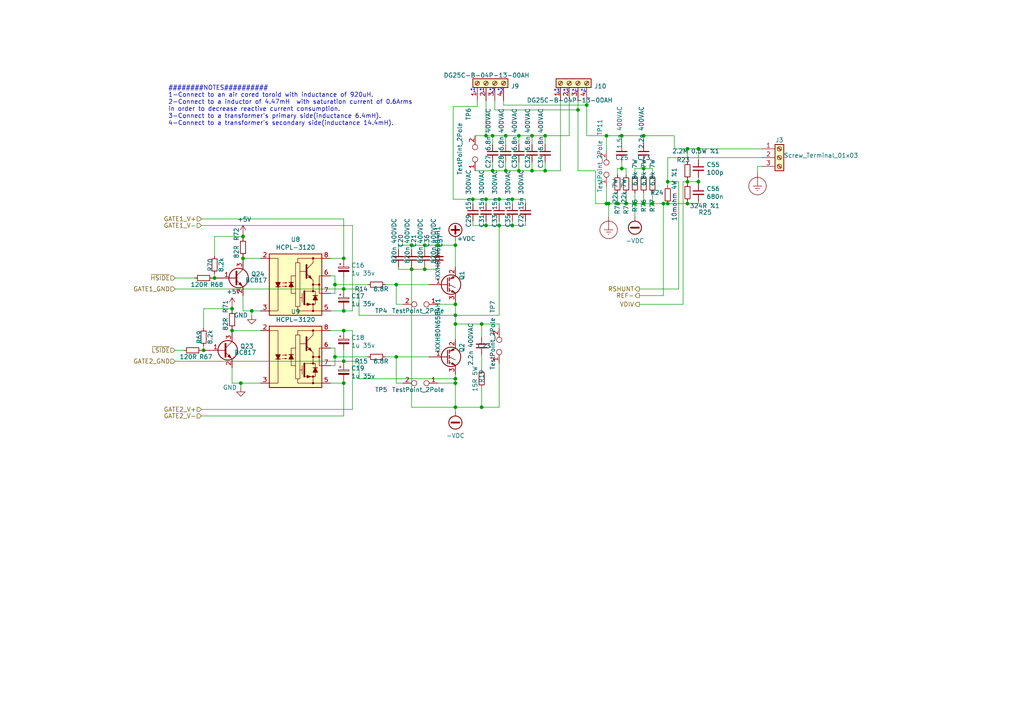
<source format=kicad_sch>
(kicad_sch (version 20200618) (host eeschema "5.99.0-unknown-f3f1740~101~ubuntu18.04.1")
  (page 9 8)
  (paper "A4")
  (junction (at 59.055 101.6))
  (junction (at 62.23 80.645))
  (junction (at 67.31 89.535))
  (junction (at 67.31 95.885))
  (junction (at 69.85 111.125))
  (junction (at 70.485 68.58))
  (junction (at 70.485 74.93))
  (junction (at 73.025 90.17))
  (junction (at 97.155 82.55))
  (junction (at 97.155 103.505))
  (junction (at 99.695 74.93))
  (junction (at 99.695 83.82))
  (junction (at 99.695 90.17))
  (junction (at 99.695 95.885))
  (junction (at 99.695 104.775))
  (junction (at 99.695 111.125))
  (junction (at 114.935 82.55))
  (junction (at 114.935 103.505))
  (junction (at 119.38 71.12))
  (junction (at 119.38 78.105))
  (junction (at 123.19 71.12))
  (junction (at 123.19 78.105))
  (junction (at 127 71.12))
  (junction (at 132.08 71.12))
  (junction (at 132.08 88.265))
  (junction (at 132.08 91.44))
  (junction (at 132.08 93.98))
  (junction (at 132.08 109.855))
  (junction (at 132.08 111.125))
  (junction (at 132.08 118.11))
  (junction (at 137.16 57.785))
  (junction (at 139.7 93.98))
  (junction (at 139.7 118.11))
  (junction (at 140.97 39.37))
  (junction (at 140.97 57.785))
  (junction (at 140.97 65.405))
  (junction (at 142.875 39.37))
  (junction (at 142.875 49.53))
  (junction (at 144.78 57.785))
  (junction (at 144.78 65.405))
  (junction (at 146.685 39.37))
  (junction (at 146.685 49.53))
  (junction (at 148.59 57.785))
  (junction (at 148.59 65.405))
  (junction (at 150.495 39.37))
  (junction (at 150.495 49.53))
  (junction (at 154.305 39.37))
  (junction (at 154.305 49.53))
  (junction (at 158.115 39.37))
  (junction (at 158.115 49.53))
  (junction (at 167.64 31.877))
  (junction (at 170.18 30.48))
  (junction (at 175.895 39.37))
  (junction (at 175.895 59.055))
  (junction (at 176.53 59.055))
  (junction (at 179.07 59.055))
  (junction (at 180.34 39.37))
  (junction (at 180.34 48.895))
  (junction (at 181.61 59.055))
  (junction (at 184.15 59.055))
  (junction (at 186.69 39.37))
  (junction (at 186.69 48.895))
  (junction (at 186.69 59.055))
  (junction (at 189.23 59.055))
  (junction (at 192.405 59.055))
  (junction (at 193.675 52.705))
  (junction (at 193.675 59.055))
  (junction (at 199.39 43.18))
  (junction (at 199.39 52.705))
  (junction (at 199.39 59.055))
  (junction (at 202.565 43.18))
  (junction (at 202.565 52.705))
  (wire (pts (xy 50.8 80.645) (xy 56.515 80.645)))
  (wire (pts (xy 50.8 83.82) (xy 99.695 83.82)))
  (wire (pts (xy 50.8 101.6) (xy 53.34 101.6)))
  (wire (pts (xy 50.8 104.775) (xy 99.695 104.775)))
  (wire (pts (xy 58.42 65.405) (xy 102.235 65.405)))
  (wire (pts (xy 58.42 101.6) (xy 59.055 101.6)))
  (wire (pts (xy 58.42 118.745) (xy 102.235 118.745)))
  (wire (pts (xy 59.055 89.535) (xy 67.31 89.535)))
  (wire (pts (xy 59.055 95.25) (xy 59.055 89.535)))
  (wire (pts (xy 59.055 100.33) (xy 59.055 101.6)))
  (wire (pts (xy 59.055 101.6) (xy 59.69 101.6)))
  (wire (pts (xy 61.595 80.645) (xy 62.23 80.645)))
  (wire (pts (xy 62.23 68.58) (xy 70.485 68.58)))
  (wire (pts (xy 62.23 74.295) (xy 62.23 68.58)))
  (wire (pts (xy 62.23 79.375) (xy 62.23 80.645)))
  (wire (pts (xy 62.23 80.645) (xy 62.865 80.645)))
  (wire (pts (xy 67.31 88.9) (xy 67.31 89.535)))
  (wire (pts (xy 67.31 89.535) (xy 67.31 90.17)))
  (wire (pts (xy 67.31 95.25) (xy 67.31 95.885)))
  (wire (pts (xy 67.31 95.885) (xy 67.31 96.52)))
  (wire (pts (xy 67.31 95.885) (xy 75.565 95.885)))
  (wire (pts (xy 67.31 106.68) (xy 67.31 111.125)))
  (wire (pts (xy 67.31 111.125) (xy 69.85 111.125)))
  (wire (pts (xy 69.85 111.125) (xy 75.565 111.125)))
  (wire (pts (xy 69.85 112.395) (xy 69.85 111.125)))
  (wire (pts (xy 70.485 67.945) (xy 70.485 68.58)))
  (wire (pts (xy 70.485 68.58) (xy 70.485 69.215)))
  (wire (pts (xy 70.485 74.295) (xy 70.485 74.93)))
  (wire (pts (xy 70.485 74.93) (xy 75.565 74.93)))
  (wire (pts (xy 70.485 75.565) (xy 70.485 74.93)))
  (wire (pts (xy 70.485 85.725) (xy 70.485 90.17)))
  (wire (pts (xy 70.485 90.17) (xy 73.025 90.17)))
  (wire (pts (xy 73.025 90.17) (xy 75.565 90.17)))
  (wire (pts (xy 73.025 91.44) (xy 73.025 90.17)))
  (wire (pts (xy 95.885 74.93) (xy 99.695 74.93)))
  (wire (pts (xy 95.885 85.09) (xy 97.155 85.09)))
  (wire (pts (xy 95.885 90.17) (xy 99.695 90.17)))
  (wire (pts (xy 95.885 95.885) (xy 99.695 95.885)))
  (wire (pts (xy 95.885 106.045) (xy 97.155 106.045)))
  (wire (pts (xy 95.885 111.125) (xy 99.695 111.125)))
  (wire (pts (xy 97.155 80.01) (xy 95.885 80.01)))
  (wire (pts (xy 97.155 82.55) (xy 97.155 80.01)))
  (wire (pts (xy 97.155 82.55) (xy 106.68 82.55)))
  (wire (pts (xy 97.155 85.09) (xy 97.155 82.55)))
  (wire (pts (xy 97.155 100.965) (xy 95.885 100.965)))
  (wire (pts (xy 97.155 103.505) (xy 97.155 100.965)))
  (wire (pts (xy 97.155 103.505) (xy 106.68 103.505)))
  (wire (pts (xy 97.155 106.045) (xy 97.155 103.505)))
  (wire (pts (xy 99.695 63.5) (xy 58.42 63.5)))
  (wire (pts (xy 99.695 74.93) (xy 99.695 63.5)))
  (wire (pts (xy 99.695 74.93) (xy 99.695 75.565)))
  (wire (pts (xy 99.695 80.645) (xy 99.695 83.82)))
  (wire (pts (xy 99.695 83.82) (xy 99.695 84.455)))
  (wire (pts (xy 99.695 83.82) (xy 104.14 83.82)))
  (wire (pts (xy 99.695 90.17) (xy 99.695 89.535)))
  (wire (pts (xy 99.695 90.17) (xy 102.235 90.17)))
  (wire (pts (xy 99.695 95.885) (xy 99.695 96.52)))
  (wire (pts (xy 99.695 101.6) (xy 99.695 104.775)))
  (wire (pts (xy 99.695 104.775) (xy 99.695 105.41)))
  (wire (pts (xy 99.695 111.125) (xy 99.695 110.49)))
  (wire (pts (xy 99.695 111.125) (xy 99.695 120.65)))
  (wire (pts (xy 99.695 120.65) (xy 58.42 120.65)))
  (wire (pts (xy 102.235 90.17) (xy 102.235 65.405)))
  (wire (pts (xy 102.235 95.885) (xy 99.695 95.885)))
  (wire (pts (xy 102.235 118.745) (xy 102.235 95.885)))
  (wire (pts (xy 104.14 83.82) (xy 104.14 91.44)))
  (wire (pts (xy 104.14 91.44) (xy 132.08 91.44)))
  (wire (pts (xy 104.14 104.775) (xy 99.695 104.775)))
  (wire (pts (xy 104.14 109.855) (xy 104.14 104.775)))
  (wire (pts (xy 104.14 109.855) (xy 132.08 109.855)))
  (wire (pts (xy 111.76 82.55) (xy 114.935 82.55)))
  (wire (pts (xy 111.76 103.505) (xy 114.935 103.505)))
  (wire (pts (xy 114.935 82.55) (xy 124.46 82.55)))
  (wire (pts (xy 114.935 88.265) (xy 114.935 82.55)))
  (wire (pts (xy 114.935 103.505) (xy 124.46 103.505)))
  (wire (pts (xy 114.935 111.125) (xy 114.935 103.505)))
  (wire (pts (xy 114.935 111.125) (xy 116.84 111.125)))
  (wire (pts (xy 115.57 71.12) (xy 119.38 71.12)))
  (wire (pts (xy 115.57 72.39) (xy 115.57 71.12)))
  (wire (pts (xy 115.57 77.47) (xy 115.57 78.105)))
  (wire (pts (xy 115.57 78.105) (xy 119.38 78.105)))
  (wire (pts (xy 116.84 88.265) (xy 114.935 88.265)))
  (wire (pts (xy 119.38 71.12) (xy 119.38 72.39)))
  (wire (pts (xy 119.38 71.12) (xy 123.19 71.12)))
  (wire (pts (xy 119.38 78.105) (xy 119.38 77.47)))
  (wire (pts (xy 119.38 78.105) (xy 119.38 118.11)))
  (wire (pts (xy 119.38 78.105) (xy 123.19 78.105)))
  (wire (pts (xy 119.38 118.11) (xy 132.08 118.11)))
  (wire (pts (xy 123.19 71.12) (xy 123.19 72.39)))
  (wire (pts (xy 123.19 71.12) (xy 127 71.12)))
  (wire (pts (xy 123.19 77.47) (xy 123.19 78.105)))
  (wire (pts (xy 123.19 78.105) (xy 127 78.105)))
  (wire (pts (xy 127 71.12) (xy 127 72.39)))
  (wire (pts (xy 127 71.12) (xy 132.08 71.12)))
  (wire (pts (xy 127 77.47) (xy 127 78.105)))
  (wire (pts (xy 127 88.265) (xy 132.08 88.265)))
  (wire (pts (xy 127 111.125) (xy 132.08 111.125)))
  (wire (pts (xy 131.445 30.861) (xy 131.445 57.785)))
  (wire (pts (xy 131.445 57.785) (xy 137.16 57.785)))
  (wire (pts (xy 132.08 69.85) (xy 132.08 71.12)))
  (wire (pts (xy 132.08 71.12) (xy 132.08 77.47)))
  (wire (pts (xy 132.08 87.63) (xy 132.08 88.265)))
  (wire (pts (xy 132.08 88.265) (xy 132.08 91.44)))
  (wire (pts (xy 132.08 91.44) (xy 132.08 93.98)))
  (wire (pts (xy 132.08 91.44) (xy 144.78 91.44)))
  (wire (pts (xy 132.08 93.98) (xy 132.08 98.425)))
  (wire (pts (xy 132.08 93.98) (xy 139.7 93.98)))
  (wire (pts (xy 132.08 108.585) (xy 132.08 109.855)))
  (wire (pts (xy 132.08 111.125) (xy 132.08 109.855)))
  (wire (pts (xy 132.08 111.125) (xy 132.08 118.11)))
  (wire (pts (xy 132.08 118.11) (xy 132.08 119.38)))
  (wire (pts (xy 132.08 118.11) (xy 139.7 118.11)))
  (wire (pts (xy 137.16 57.785) (xy 140.97 57.785)))
  (wire (pts (xy 137.16 59.055) (xy 137.16 57.785)))
  (wire (pts (xy 137.16 64.135) (xy 137.16 65.405)))
  (wire (pts (xy 137.16 65.405) (xy 140.97 65.405)))
  (wire (pts (xy 137.795 39.37) (xy 140.97 39.37)))
  (wire (pts (xy 137.795 49.53) (xy 142.875 49.53)))
  (wire (pts (xy 138.43 29.21) (xy 138.43 30.861)))
  (wire (pts (xy 138.43 30.861) (xy 131.445 30.861)))
  (wire (pts (xy 139.7 97.79) (xy 139.7 93.98)))
  (wire (pts (xy 139.7 102.87) (xy 139.7 107.315)))
  (wire (pts (xy 139.7 112.395) (xy 139.7 118.11)))
  (wire (pts (xy 139.7 118.11) (xy 144.78 118.11)))
  (wire (pts (xy 140.97 29.21) (xy 140.97 39.37)))
  (wire (pts (xy 140.97 39.37) (xy 142.875 39.37)))
  (wire (pts (xy 140.97 57.785) (xy 144.78 57.785)))
  (wire (pts (xy 140.97 59.055) (xy 140.97 57.785)))
  (wire (pts (xy 140.97 65.405) (xy 140.97 64.135)))
  (wire (pts (xy 140.97 65.405) (xy 144.78 65.405)))
  (wire (pts (xy 142.875 39.37) (xy 142.875 41.91)))
  (wire (pts (xy 142.875 39.37) (xy 146.685 39.37)))
  (wire (pts (xy 142.875 46.99) (xy 142.875 49.53)))
  (wire (pts (xy 142.875 49.53) (xy 146.685 49.53)))
  (wire (pts (xy 143.51 29.21) (xy 143.51 31.877)))
  (wire (pts (xy 143.51 31.877) (xy 167.64 31.877)))
  (wire (pts (xy 144.78 57.785) (xy 144.78 59.055)))
  (wire (pts (xy 144.78 57.785) (xy 148.59 57.785)))
  (wire (pts (xy 144.78 65.405) (xy 144.78 64.135)))
  (wire (pts (xy 144.78 65.405) (xy 148.59 65.405)))
  (wire (pts (xy 144.78 91.44) (xy 144.78 65.405)))
  (wire (pts (xy 144.78 93.98) (xy 139.7 93.98)))
  (wire (pts (xy 144.78 95.25) (xy 144.78 93.98)))
  (wire (pts (xy 144.78 105.41) (xy 144.78 118.11)))
  (wire (pts (xy 146.05 29.21) (xy 146.05 30.48)))
  (wire (pts (xy 146.05 30.48) (xy 170.18 30.48)))
  (wire (pts (xy 146.685 39.37) (xy 146.685 41.91)))
  (wire (pts (xy 146.685 39.37) (xy 150.495 39.37)))
  (wire (pts (xy 146.685 46.99) (xy 146.685 49.53)))
  (wire (pts (xy 146.685 49.53) (xy 150.495 49.53)))
  (wire (pts (xy 148.59 57.785) (xy 148.59 59.055)))
  (wire (pts (xy 148.59 65.405) (xy 148.59 64.135)))
  (wire (pts (xy 148.59 65.405) (xy 152.4 65.405)))
  (wire (pts (xy 150.495 39.37) (xy 150.495 41.91)))
  (wire (pts (xy 150.495 39.37) (xy 154.305 39.37)))
  (wire (pts (xy 150.495 46.99) (xy 150.495 49.53)))
  (wire (pts (xy 150.495 49.53) (xy 154.305 49.53)))
  (wire (pts (xy 152.4 57.785) (xy 148.59 57.785)))
  (wire (pts (xy 152.4 59.055) (xy 152.4 57.785)))
  (wire (pts (xy 152.4 65.405) (xy 152.4 64.135)))
  (wire (pts (xy 154.305 39.37) (xy 154.305 41.91)))
  (wire (pts (xy 154.305 39.37) (xy 158.115 39.37)))
  (wire (pts (xy 154.305 46.99) (xy 154.305 49.53)))
  (wire (pts (xy 154.305 49.53) (xy 158.115 49.53)))
  (wire (pts (xy 158.115 39.37) (xy 158.115 41.91)))
  (wire (pts (xy 158.115 39.37) (xy 165.1 39.37)))
  (wire (pts (xy 158.115 46.99) (xy 158.115 49.53)))
  (wire (pts (xy 158.115 49.53) (xy 162.56 49.53)))
  (wire (pts (xy 162.56 29.21) (xy 162.56 49.53)))
  (wire (pts (xy 165.1 39.37) (xy 165.1 29.21)))
  (wire (pts (xy 167.64 29.21) (xy 167.64 31.877)))
  (wire (pts (xy 167.64 31.877) (xy 167.64 49.53)))
  (wire (pts (xy 167.64 49.53) (xy 172.72 49.53)))
  (wire (pts (xy 170.18 29.21) (xy 170.18 30.48)))
  (wire (pts (xy 170.18 30.48) (xy 170.18 39.37)))
  (wire (pts (xy 170.18 39.37) (xy 175.895 39.37)))
  (wire (pts (xy 172.72 49.53) (xy 172.72 59.055)))
  (wire (pts (xy 172.72 59.055) (xy 175.895 59.055)))
  (wire (pts (xy 175.895 39.37) (xy 175.895 43.815)))
  (wire (pts (xy 175.895 39.37) (xy 180.34 39.37)))
  (wire (pts (xy 175.895 53.975) (xy 175.895 59.055)))
  (wire (pts (xy 175.895 59.055) (xy 176.53 59.055)))
  (wire (pts (xy 176.53 59.055) (xy 176.53 62.865)))
  (wire (pts (xy 176.53 59.055) (xy 179.07 59.055)))
  (wire (pts (xy 179.07 48.895) (xy 179.07 50.8)))
  (wire (pts (xy 179.07 55.88) (xy 179.07 59.055)))
  (wire (pts (xy 179.07 59.055) (xy 181.61 59.055)))
  (wire (pts (xy 180.34 39.37) (xy 180.34 41.91)))
  (wire (pts (xy 180.34 39.37) (xy 186.69 39.37)))
  (wire (pts (xy 180.34 46.99) (xy 180.34 48.895)))
  (wire (pts (xy 180.34 48.895) (xy 179.07 48.895)))
  (wire (pts (xy 180.34 48.895) (xy 181.61 48.895)))
  (wire (pts (xy 181.61 48.895) (xy 181.61 50.8)))
  (wire (pts (xy 181.61 55.88) (xy 181.61 59.055)))
  (wire (pts (xy 181.61 59.055) (xy 184.15 59.055)))
  (wire (pts (xy 184.15 48.895) (xy 186.69 48.895)))
  (wire (pts (xy 184.15 50.8) (xy 184.15 48.895)))
  (wire (pts (xy 184.15 55.88) (xy 184.15 59.055)))
  (wire (pts (xy 184.15 59.055) (xy 184.15 62.865)))
  (wire (pts (xy 184.15 59.055) (xy 186.69 59.055)))
  (wire (pts (xy 185.42 83.82) (xy 196.85 83.82)))
  (wire (pts (xy 185.42 85.725) (xy 192.405 85.725)))
  (wire (pts (xy 185.42 88.265) (xy 198.12 88.265)))
  (wire (pts (xy 186.69 39.37) (xy 186.69 41.91)))
  (wire (pts (xy 186.69 39.37) (xy 195.58 39.37)))
  (wire (pts (xy 186.69 46.99) (xy 186.69 48.895)))
  (wire (pts (xy 186.69 48.895) (xy 186.69 50.8)))
  (wire (pts (xy 186.69 48.895) (xy 189.23 48.895)))
  (wire (pts (xy 186.69 55.88) (xy 186.69 59.055)))
  (wire (pts (xy 186.69 59.055) (xy 189.23 59.055)))
  (wire (pts (xy 189.23 48.895) (xy 189.23 50.8)))
  (wire (pts (xy 189.23 55.88) (xy 189.23 59.055)))
  (wire (pts (xy 189.23 59.055) (xy 192.405 59.055)))
  (wire (pts (xy 192.405 59.055) (xy 193.675 59.055)))
  (wire (pts (xy 192.405 85.725) (xy 192.405 59.055)))
  (wire (pts (xy 193.675 45.72) (xy 193.675 52.705)))
  (wire (pts (xy 193.675 45.72) (xy 220.98 45.72)))
  (wire (pts (xy 193.675 52.705) (xy 193.675 53.975)))
  (wire (pts (xy 193.675 59.055) (xy 199.39 59.055)))
  (wire (pts (xy 195.58 39.37) (xy 195.58 43.18)))
  (wire (pts (xy 195.58 43.18) (xy 199.39 43.18)))
  (wire (pts (xy 196.85 52.705) (xy 193.675 52.705)))
  (wire (pts (xy 196.85 83.82) (xy 196.85 52.705)))
  (wire (pts (xy 198.12 52.705) (xy 198.12 88.265)))
  (wire (pts (xy 199.39 43.18) (xy 199.39 46.99)))
  (wire (pts (xy 199.39 43.18) (xy 202.565 43.18)))
  (wire (pts (xy 199.39 52.07) (xy 199.39 52.705)))
  (wire (pts (xy 199.39 52.705) (xy 198.12 52.705)))
  (wire (pts (xy 199.39 52.705) (xy 199.39 53.34)))
  (wire (pts (xy 199.39 52.705) (xy 202.565 52.705)))
  (wire (pts (xy 199.39 59.055) (xy 199.39 58.42)))
  (wire (pts (xy 199.39 59.055) (xy 202.565 59.055)))
  (wire (pts (xy 202.565 43.18) (xy 202.565 46.355)))
  (wire (pts (xy 202.565 43.18) (xy 220.98 43.18)))
  (wire (pts (xy 202.565 52.705) (xy 202.565 51.435)))
  (wire (pts (xy 202.565 52.705) (xy 202.565 53.34)))
  (wire (pts (xy 202.565 59.055) (xy 202.565 58.42)))
  (wire (pts (xy 219.71 48.26) (xy 219.71 50.165)))
  (wire (pts (xy 219.71 48.26) (xy 220.98 48.26)))
  (text "########NOTES##########\n1-Connect to an air cored toroid with inductance of 920uH.\n2-Connect to a inductor of 4.47mH  with saturation current of 0.6Arms \nin order to decrease reactive current consumption. \n3-Connect to a transformer's primary side(inductance 6.4mH).\n4-Connect to a transformer's secondary side(inductance 14.4mH).\n" (at 48.768 36.576 0) (effects (font (size 1.27 1.27)) (justify left bottom)))
  (text "*1" (at 138.176 27.051 180) (effects (font (size 1 1)) (justify right bottom)))
  (text "*1\n" (at 140.843 27.051 180) (effects (font (size 1 1)) (justify right bottom)))
  (text "*2" (at 141.732 27.051 0) (effects (font (size 0.991 0.991)) (justify left bottom)))
  (text "*2" (at 144.145 27.051 0) (effects (font (size 0.991 0.991)) (justify left bottom)))
  (text "*3" (at 160.528 27.178 0) (effects (font (size 1 1)) (justify left bottom)))
  (text "*3" (at 163.195 27.178 0) (effects (font (size 0.991 0.991)) (justify left bottom)))
  (text "*4" (at 165.735 27.178 0) (effects (font (size 0.991 0.991)) (justify left bottom)))
  (text "*4" (at 168.275 27.178 0) (effects (font (size 0.991 0.991)) (justify left bottom)))
  (hierarchical_label "~HSIDE" (shape input) (at 50.8 80.645 180))
  (hierarchical_label "GATE1_GND" (shape input) (at 50.8 83.82 180))
  (hierarchical_label "~LSIDE" (shape input) (at 50.8 101.6 180))
  (hierarchical_label "GATE2_GND" (shape input) (at 50.8 104.775 180))
  (hierarchical_label "GATE1_V+" (shape input) (at 58.42 63.5 180))
  (hierarchical_label "GATE1_V-" (shape input) (at 58.42 65.405 180))
  (hierarchical_label "GATE2_V+" (shape input) (at 58.42 118.745 180))
  (hierarchical_label "GATE2_V-" (shape input) (at 58.42 120.65 180))
  (hierarchical_label "RSHUNT" (shape output) (at 185.42 83.82 180))
  (hierarchical_label "REF-" (shape output) (at 185.42 85.725 180))
  (hierarchical_label "VDIV" (shape output) (at 185.42 88.265 180))
  (symbol (lib_id "power:+5V") (at 67.31 88.9 0)
    (property "Reference" "#PWR0126" (effects hide))
    (property "Value" "+5V" (at 67.691 84.582 0))
  )
  (symbol (lib_id "power:+5V") (at 70.485 67.945 0)
    (property "Reference" "#PWR0129" (effects hide))
    (property "Value" "+5V" (at 70.866 63.627 0))
  )
  (symbol (lib_id "power:GND") (at 69.85 112.395 0)
    (property "Reference" "#PWR0127" (effects hide))
    (property "Value" "GND" (at 66.675 112.395 0))
  )
  (symbol (lib_id "power:GND") (at 73.025 91.44 0)
    (property "Reference" "#PWR0128" (effects hide))
    (property "Value" "GND" (at 69.85 91.44 0))
  )
  (symbol (lib_id "Device:R_Small") (at 55.88 101.6 270) (mirror x)
    (property "Reference" "R67" (at 59.69 103.505 90))
    (property "Value" "120R" (at 54.61 103.505 90))
    (property "Footprint" "Resistor_SMD:R_0805_2012Metric" (effects hide))
    (property "Link" "https://ozdisan.com/passive-components/resistors/smt-smd-and-chip-resistors/0805S8J0121T5E" (effects hide))
    (property "Price" "0.01492TL" (effects hide))
  )
  (symbol (lib_id "Device:R_Small") (at 59.055 80.645 270) (mirror x)
    (property "Reference" "R68" (at 62.865 82.55 90))
    (property "Value" "120R" (at 57.785 82.55 90))
    (property "Footprint" "Resistor_SMD:R_0805_2012Metric" (effects hide))
    (property "Link" "https://ozdisan.com/passive-components/resistors/smt-smd-and-chip-resistors/0805S8J0121T5E" (effects hide))
    (property "Price" "0.01492TL" (effects hide))
  )
  (symbol (lib_name "Device:R_Small_21") (lib_id "Device:R_Small") (at 59.055 97.79 180)
    (property "Reference" "R69" (at 57.785 97.79 90))
    (property "Value" "8.2k" (at 60.96 97.79 90))
    (property "Footprint" "Resistor_SMD:R_0805_2012Metric" (effects hide))
    (property "Link" "https://ozdisan.com/passive-components/resistors/smt-smd-and-chip-resistors/0805S8J0822T5E" (effects hide))
    (property "Price" "0.01518TL" (effects hide))
  )
  (symbol (lib_name "Device:R_Small_16") (lib_id "Device:R_Small") (at 62.23 76.835 180)
    (property "Reference" "R70" (at 60.96 76.835 90))
    (property "Value" "8.2k" (at 64.135 76.835 90))
    (property "Footprint" "Resistor_SMD:R_0805_2012Metric" (effects hide))
    (property "Link" "https://ozdisan.com/passive-components/resistors/smt-smd-and-chip-resistors/0805S8J0822T5E" (effects hide))
    (property "Price" "0.01518TL" (effects hide))
  )
  (symbol (lib_name "Device:R_Small_19") (lib_id "Device:R_Small") (at 67.31 92.71 0)
    (property "Reference" "R71" (at 65.405 88.9 90))
    (property "Value" "82R" (at 65.405 93.98 90))
    (property "Footprint" "Resistor_SMD:R_0805_2012Metric" (effects hide))
    (property "Link" "https://ozdisan.com/passive-components/resistors/smt-smd-and-chip-resistors/0805S8J0820T5E" (effects hide))
    (property "Price" "0.01518TL" (effects hide))
  )
  (symbol (lib_name "Device:R_Small_18") (lib_id "Device:R_Small") (at 70.485 71.755 0)
    (property "Reference" "R72" (at 68.58 67.945 90))
    (property "Value" "82R" (at 68.58 73.025 90))
    (property "Footprint" "Resistor_SMD:R_0805_2012Metric" (effects hide))
    (property "Link" "https://ozdisan.com/passive-components/resistors/smt-smd-and-chip-resistors/0805S8J0820T5E" (effects hide))
    (property "Price" "0.01518TL" (effects hide))
  )
  (symbol (lib_name "Device:R_Small_6") (lib_id "Device:R_Small") (at 109.22 82.55 90)
    (property "Reference" "R14" (at 104.775 83.82 90))
    (property "Value" "6.8R" (at 110.49 83.82 90))
    (property "Footprint" "Resistor_THT:R_Axial_DIN0207_L6.3mm_D2.5mm_P10.16mm_Horizontal" (effects hide))
    (property "Link" "https://ozdisan.com/passive-components/resistors/tht-through-hole-resistors/CFR0W4J068JA50" (effects hide))
    (property "Price" "0.04819TL" (effects hide))
  )
  (symbol (lib_name "Device:R_Small_7") (lib_id "Device:R_Small") (at 109.22 103.505 90)
    (property "Reference" "R15" (at 104.775 104.775 90))
    (property "Value" "6.8R" (at 110.49 104.775 90))
    (property "Footprint" "Resistor_THT:R_Axial_DIN0207_L6.3mm_D2.5mm_P10.16mm_Horizontal" (effects hide))
    (property "Link" "https://ozdisan.com/passive-components/resistors/tht-through-hole-resistors/CFR0W4J068JA50" (effects hide))
    (property "Price" "0.04819TL" (effects hide))
  )
  (symbol (lib_name "Device:R_Small_23") (lib_id "Device:R_Small") (at 139.7 109.855 0)
    (property "Reference" "R19" (at 139.7 111.125 90) (effects (justify left)))
    (property "Value" "15R 5W" (at 137.795 113.665 90) (effects (justify left)))
    (property "Footprint" "Resistor_THT:R_Axial_Power_L25.0mm_W9.0mm_P30.48mm" (effects hide))
    (property "Link" "https://ozdisan.com/passive-components/resistors/tht-through-hole-resistors/MOR05SJ0150B07" (effects hide))
    (property "Price" "1.22144TL" (effects hide))
  )
  (symbol (lib_name "Device:R_Small_15") (lib_id "Device:R_Small") (at 179.07 53.34 0)
    (property "Reference" "R73" (at 179.07 62.23 90) (effects (justify left)))
    (property "Value" "22k 7W" (at 178.435 59.055 90) (effects (justify left)))
    (property "Footprint" "Resistor_THT:R_Axial_DIN0922_L20.0mm_D9.0mm_P30.48mm_Horizontal" (effects hide))
    (property "Link" "https://ozdisan.com/passive-components/resistors/tht-through-hole-resistors/MOR07SJ0223B00" (effects hide))
    (property "Price" "1.35215TL" (effects hide))
  )
  (symbol (lib_name "Device:R_Small_12") (lib_id "Device:R_Small") (at 181.61 53.34 0)
    (property "Reference" "R74" (at 181.61 62.23 90) (effects (justify left)))
    (property "Value" "22k 7W" (at 180.975 59.055 90) (effects (justify left)))
    (property "Footprint" "Resistor_THT:R_Axial_DIN0922_L20.0mm_D9.0mm_P30.48mm_Horizontal" (effects hide))
    (property "Link" "https://ozdisan.com/passive-components/resistors/tht-through-hole-resistors/MOR07SJ0223B00" (effects hide))
    (property "Price" "1.35215TL" (effects hide))
  )
  (symbol (lib_name "Device:R_Small_13") (lib_id "Device:R_Small") (at 184.15 53.34 0)
    (property "Reference" "R75" (at 184.15 61.595 90) (effects (justify left)))
    (property "Value" "6.8k 7W" (at 184.15 53.975 90) (effects (justify left)))
    (property "Footprint" "Resistor_THT:R_Axial_Power_L25.0mm_W9.0mm_P30.48mm" (effects hide))
    (property "Link" "https://ozdisan.com/passive-components/resistors/tht-through-hole-resistors/MOR07SJ0682B00" (effects hide))
    (property "Price" "1.35707TL" (effects hide))
  )
  (symbol (lib_name "Device:R_Small_5") (lib_id "Device:R_Small") (at 186.69 53.34 0)
    (property "Reference" "R76" (at 186.69 61.595 90) (effects (justify left)))
    (property "Value" "6.8k 7W" (at 186.69 53.975 90) (effects (justify left)))
    (property "Footprint" "Resistor_THT:R_Axial_Power_L25.0mm_W9.0mm_P30.48mm" (effects hide))
    (property "Link" "https://ozdisan.com/passive-components/resistors/tht-through-hole-resistors/MOR07SJ0682B00" (effects hide))
    (property "Price" "1.35707TL" (effects hide))
  )
  (symbol (lib_name "Device:R_Small_10") (lib_id "Device:R_Small") (at 189.23 53.34 0)
    (property "Reference" "R77" (at 189.23 61.595 90) (effects (justify left)))
    (property "Value" "6.8k 7W" (at 189.23 53.975 90) (effects (justify left)))
    (property "Footprint" "Resistor_THT:R_Axial_Power_L25.0mm_W9.0mm_P30.48mm" (effects hide))
    (property "Link" "https://ozdisan.com/passive-components/resistors/tht-through-hole-resistors/MOR07SJ0682B00" (effects hide))
    (property "Price" "1.35707TL" (effects hide))
  )
  (symbol (lib_name "Device:R_Small_11") (lib_id "Device:R_Small") (at 193.675 56.515 0)
    (property "Reference" "R24" (at 188.595 55.88 0) (effects (justify left)))
    (property "Value" "10mohm 4W %1" (at 195.58 64.135 90) (effects (justify left)))
    (property "Footprint" "Resistor_SMD:R_2512_6332Metric" (effects hide))
    (property "Link" "https://ozdisan.com/passive-components/resistors/precision-power-and-shunt-resistors/VMS-R010-1-0" (effects hide))
    (property "Price" "6.00220TL" (effects hide))
  )
  (symbol (lib_name "Device:R_Small_1") (lib_id "Device:R_Small") (at 199.39 49.53 0)
    (property "Reference" "R23" (at 196.215 46.355 0) (effects (justify left)))
    (property "Value" "2.2M 0.5W %1" (at 194.945 43.815 0) (effects (justify left)))
    (property "Footprint" "Resistor_SMD:R_1812_4532Metric" (effects hide))
    (property "Link" "https://ozdisan.com/passive-components/resistors/smt-smd-and-chip-resistors/1812W2F2204T4E" (effects hide))
    (property "Price" "0.35259TL" (effects hide))
  )
  (symbol (lib_name "Device:R_Small_2") (lib_id "Device:R_Small") (at 199.39 55.88 0)
    (property "Reference" "R25" (at 202.565 61.595 0) (effects (justify left)))
    (property "Value" "324R %1" (at 200.025 59.69 0) (effects (justify left)))
    (property "Footprint" "Resistor_SMD:R_0805_2012Metric" (effects hide))
    (property "Link" "https://ozdisan.com/passive-components/resistors/smt-smd-and-chip-resistors/0805S8F3240T5E" (effects hide))
    (property "Price" "0.01963TL" (effects hide))
  )
  (symbol (lib_id "Device:CP_Small") (at 99.695 78.105 0)
    (property "Reference" "C16" (at 101.8541 76.9556 0) (effects (justify left)))
    (property "Value" "1u 35v" (at 101.8541 79.2543 0) (effects (justify left)))
    (property "Footprint" "Capacitor_THT:CP_Radial_D5.0mm_P2.50mm" (effects hide))
    (property "Link" "https://ozdisan.com/passive-components/capacitors/aluminum-capacitors/SD1J105M05011PC" (effects hide))
    (property "Price" "0.12553TL" (effects hide))
  )
  (symbol (lib_id "Device:CP_Small") (at 99.695 86.995 0)
    (property "Reference" "C17" (at 101.854 85.852 0) (effects (justify left)))
    (property "Value" "1u 35v" (at 101.854 88.138 0) (effects (justify left)))
    (property "Footprint" "Capacitor_THT:CP_Radial_D5.0mm_P2.50mm" (effects hide))
    (property "Link" "https://ozdisan.com/passive-components/capacitors/aluminum-capacitors/SD1J105M05011PC" (effects hide))
    (property "Price" "0.12553TL" (effects hide))
  )
  (symbol (lib_id "Device:CP_Small") (at 99.695 99.06 0)
    (property "Reference" "C18" (at 101.854 97.917 0) (effects (justify left)))
    (property "Value" "1u 35v" (at 101.854 100.203 0) (effects (justify left)))
    (property "Footprint" "Capacitor_THT:CP_Radial_D5.0mm_P2.50mm" (effects hide))
    (property "Link" "https://ozdisan.com/passive-components/capacitors/aluminum-capacitors/SD1J105M05011PC" (effects hide))
    (property "Price" "0.12553TL" (effects hide))
  )
  (symbol (lib_id "Device:CP_Small") (at 99.695 107.95 0)
    (property "Reference" "C19" (at 101.854 106.807 0) (effects (justify left)))
    (property "Value" "1u 35v" (at 101.854 109.093 0) (effects (justify left)))
    (property "Footprint" "Capacitor_THT:CP_Radial_D5.0mm_P2.50mm" (effects hide))
    (property "Link" "https://ozdisan.com/passive-components/capacitors/aluminum-capacitors/SD1J105M05011PC" (effects hide))
    (property "Price" "0.12553TL" (effects hide))
  )
  (symbol (lib_name "Device:C_Small_19") (lib_id "Device:C_Small") (at 115.57 74.93 180)
    (property "Reference" "C20" (at 116.205 69.85 90))
    (property "Value" "820n 400VDC" (at 114.3 69.85 90))
    (property "Footprint" "Capacitor_THT:C_Rect_L24.0mm_W10.1mm_P22.50mm_MKT" (effects hide))
    (property "Link" "https://ozdisan.com/passive-components/capacitors/film-capacitors/TMCF03-824K400VP22-5B" (effects hide))
    (property "Price" "0.75480TL" (effects hide))
  )
  (symbol (lib_name "Device:C_Small_17") (lib_id "Device:C_Small") (at 119.38 74.93 180)
    (property "Reference" "C21" (at 120.015 69.85 90))
    (property "Value" "820n 400VDC" (at 118.11 69.85 90))
    (property "Footprint" "Capacitor_THT:C_Rect_L24.0mm_W10.1mm_P22.50mm_MKT" (effects hide))
    (property "Link" "https://ozdisan.com/passive-components/capacitors/film-capacitors/TMCF03-824K400VP22-5B" (effects hide))
    (property "Price" "0.75480TL" (effects hide))
  )
  (symbol (lib_id "Device:C_Small") (at 123.19 74.93 180)
    (property "Reference" "C36" (at 123.825 69.85 90))
    (property "Value" "820n 400VDC" (at 121.92 69.85 90))
    (property "Footprint" "Capacitor_THT:C_Rect_L24.0mm_W10.1mm_P22.50mm_MKT" (effects hide))
    (property "Link" "https://ozdisan.com/passive-components/capacitors/film-capacitors/TMCF03-824K400VP22-5B" (effects hide))
    (property "Price" "0.75480TL" (effects hide))
  )
  (symbol (lib_id "Device:C_Small") (at 127 74.93 180)
    (property "Reference" "C37" (at 127.635 69.85 90))
    (property "Value" "820n 400VDC" (at 125.73 69.85 90))
    (property "Footprint" "Capacitor_THT:C_Rect_L24.0mm_W10.1mm_P22.50mm_MKT" (effects hide))
    (property "Link" "https://ozdisan.com/passive-components/capacitors/film-capacitors/TMCF03-824K400VP22-5B" (effects hide))
    (property "Price" "0.75480TL" (effects hide))
  )
  (symbol (lib_id "Device:C_Small") (at 137.16 61.595 0)
    (property "Reference" "C29" (at 135.89 66.04 90) (effects (justify left)))
    (property "Value" "15n 300VAC" (at 135.89 60.96 90) (effects (justify left)))
    (property "Footprint" "Capacitor_THT:C_Rect_L18.0mm_W5.0mm_P15.00mm_FKS3_FKP3" (effects hide))
    (property "Link" "https://ozdisan.com/passive-components/capacitors/film-capacitors/C43Q1153K6SC450" (effects hide))
    (property "Price" "1.05076" (effects hide))
  )
  (symbol (lib_name "Device:C_Small_9") (lib_id "Device:C_Small") (at 139.7 100.33 0)
    (property "Reference" "C23" (at 138.43 100.33 0) (effects (justify left)))
    (property "Value" "2.2n 400VAC" (at 136.525 106.045 90) (effects (justify left)))
    (property "Footprint" "Capacitor_THT:C_Rect_L13.0mm_W4.0mm_P10.00mm_FKS3_FKP3_MKS4" (effects hide))
    (property "Link" "https://www.ozdisan.com/passive-components/capacitors/film-capacitors/C323A222J40C450" (effects hide))
    (property "Price" "0.64333TL" (effects hide))
  )
  (symbol (lib_id "Device:C_Small") (at 140.97 61.595 0)
    (property "Reference" "C31" (at 139.7 66.04 90) (effects (justify left)))
    (property "Value" "15n 300VAC" (at 139.7 60.96 90) (effects (justify left)))
    (property "Footprint" "Capacitor_THT:C_Rect_L18.0mm_W5.0mm_P15.00mm_FKS3_FKP3" (effects hide))
    (property "Link" "https://ozdisan.com/passive-components/capacitors/film-capacitors/C43Q1153K6SC450" (effects hide))
    (property "Price" "1.05076" (effects hide))
  )
  (symbol (lib_name "Device:C_Small_10") (lib_id "Device:C_Small") (at 142.875 44.45 0)
    (property "Reference" "C27" (at 141.605 48.895 90) (effects (justify left)))
    (property "Value" "6.8n 400VAC" (at 141.605 43.815 90) (effects (justify left)))
    (property "Footprint" "Capacitor_THT:C_Rect_L18.0mm_W5.0mm_P15.00mm_FKS3_FKP3" (effects hide))
    (property "Link" "https://ozdisan.com/passive-components/capacitors/film-capacitors/C323C682J60A605" (effects hide))
    (property "Price" "0.74893TL" (effects hide))
  )
  (symbol (lib_id "Device:C_Small") (at 144.78 61.595 0)
    (property "Reference" "C33" (at 143.51 66.04 90) (effects (justify left)))
    (property "Value" "15n 300VAC" (at 143.51 60.96 90) (effects (justify left)))
    (property "Footprint" "Capacitor_THT:C_Rect_L18.0mm_W5.0mm_P15.00mm_FKS3_FKP3" (effects hide))
    (property "Link" "https://ozdisan.com/passive-components/capacitors/film-capacitors/C43Q1153K6SC450" (effects hide))
    (property "Price" "1.05076" (effects hide))
  )
  (symbol (lib_name "Device:C_Small_4") (lib_id "Device:C_Small") (at 146.685 44.45 0)
    (property "Reference" "C28" (at 145.415 48.895 90) (effects (justify left)))
    (property "Value" "6.8n 400VAC" (at 145.415 43.815 90) (effects (justify left)))
    (property "Footprint" "Capacitor_THT:C_Rect_L18.0mm_W5.0mm_P15.00mm_FKS3_FKP3" (effects hide))
    (property "Link" "https://ozdisan.com/passive-components/capacitors/film-capacitors/C323C682J60A605" (effects hide))
    (property "Price" "0.74893TL" (effects hide))
  )
  (symbol (lib_id "Device:C_Small") (at 148.59 61.595 0)
    (property "Reference" "C35" (at 147.32 66.04 90) (effects (justify left)))
    (property "Value" "15n 300VAC" (at 147.32 60.96 90) (effects (justify left)))
    (property "Footprint" "Capacitor_THT:C_Rect_L18.0mm_W5.0mm_P15.00mm_FKS3_FKP3" (effects hide))
    (property "Link" "https://ozdisan.com/passive-components/capacitors/film-capacitors/C43Q1153K6SC450" (effects hide))
    (property "Price" "1.05076" (effects hide))
  )
  (symbol (lib_name "Device:C_Small_7") (lib_id "Device:C_Small") (at 150.495 44.45 0)
    (property "Reference" "C30" (at 149.225 48.895 90) (effects (justify left)))
    (property "Value" "6.8n 400VAC" (at 149.225 43.815 90) (effects (justify left)))
    (property "Footprint" "Capacitor_THT:C_Rect_L18.0mm_W5.0mm_P15.00mm_FKS3_FKP3" (effects hide))
    (property "Link" "https://ozdisan.com/passive-components/capacitors/film-capacitors/C323C682J60A605" (effects hide))
    (property "Price" "0.74893TL" (effects hide))
  )
  (symbol (lib_name "Device:C_Small_15") (lib_id "Device:C_Small") (at 152.4 61.595 0)
    (property "Reference" "C72" (at 151.13 66.04 90) (effects (justify left)))
    (property "Value" "15n 300VAC" (at 151.13 60.96 90) (effects (justify left)))
    (property "Footprint" "Capacitor_THT:C_Rect_L18.0mm_W5.0mm_P15.00mm_FKS3_FKP3" (effects hide))
    (property "Link" "https://ozdisan.com/passive-components/capacitors/film-capacitors/C43Q1153K6SC450" (effects hide))
    (property "Price" "1.05076" (effects hide))
  )
  (symbol (lib_name "Device:C_Small_8") (lib_id "Device:C_Small") (at 154.305 44.45 0)
    (property "Reference" "C32" (at 153.035 48.895 90) (effects (justify left)))
    (property "Value" "6.8n 400VAC" (at 153.035 43.815 90) (effects (justify left)))
    (property "Footprint" "Capacitor_THT:C_Rect_L18.0mm_W5.0mm_P15.00mm_FKS3_FKP3" (effects hide))
    (property "Link" "https://ozdisan.com/passive-components/capacitors/film-capacitors/C323C682J60A605" (effects hide))
    (property "Price" "0.74893TL" (effects hide))
  )
  (symbol (lib_name "Device:C_Small_11") (lib_id "Device:C_Small") (at 158.115 44.45 0)
    (property "Reference" "C34" (at 156.845 48.895 90) (effects (justify left)))
    (property "Value" "6.8n 400VAC" (at 156.845 43.815 90) (effects (justify left)))
    (property "Footprint" "Capacitor_THT:C_Rect_L18.0mm_W5.0mm_P15.00mm_FKS3_FKP3" (effects hide))
    (property "Link" "https://ozdisan.com/passive-components/capacitors/film-capacitors/C323C682J60A605" (effects hide))
    (property "Price" "0.74893TL" (effects hide))
  )
  (symbol (lib_name "Device:C_Small_3") (lib_id "Device:C_Small") (at 180.34 44.45 0)
    (property "Reference" "C25" (at 178.435 45.72 0) (effects (justify left)))
    (property "Value" "1.5n 400VAC" (at 179.705 43.18 90) (effects (justify left)))
    (property "Footprint" "Capacitor_THT:C_Rect_L18.0mm_W5.0mm_P15.00mm_FKS3_FKP3" (effects hide))
    (property "Link" "https://ozdisan.com/passive-components/capacitors/film-capacitors/C323C152J60A605" (effects hide))
    (property "Price" "0.80354TL" (effects hide))
  )
  (symbol (lib_name "Device:C_Small_12") (lib_id "Device:C_Small") (at 186.69 44.45 0)
    (property "Reference" "C73" (at 184.785 45.72 0) (effects (justify left)))
    (property "Value" "2.2n 400VAC" (at 186.055 43.18 90) (effects (justify left)))
    (property "Footprint" "Capacitor_THT:C_Rect_L13.0mm_W4.0mm_P10.00mm_FKS3_FKP3_MKS4" (effects hide))
    (property "Link" "https://www.ozdisan.com/passive-components/capacitors/film-capacitors/C323A222J40C450" (effects hide))
    (property "Price" "0.64333TL" (effects hide))
  )
  (symbol (lib_name "Device:C_Small_2") (lib_id "Device:C_Small") (at 202.565 48.895 0)
    (property "Reference" "C55" (at 204.9018 47.752 0) (effects (justify left)))
    (property "Value" "100p" (at 204.9018 50.038 0) (effects (justify left)))
    (property "Footprint" "Capacitor_SMD:C_1210_3225Metric" (effects hide))
    (property "Link" "https://ozdisan.com/passive-components/capacitors/smt-smd-and-mlcc-capacitors/C1210C101KGRAC7800" (effects hide))
    (property "Price" "1.97758TL" (effects hide))
  )
  (symbol (lib_name "Device:C_Small_1") (lib_id "Device:C_Small") (at 202.565 55.88 0)
    (property "Reference" "C56" (at 204.8892 54.7306 0) (effects (justify left)))
    (property "Value" "680n" (at 204.8892 57.0293 0) (effects (justify left)))
    (property "Footprint" "Capacitor_SMD:C_0805_2012Metric" (effects hide))
    (property "Link" "https://ozdisan.com/passive-components/capacitors/smt-smd-and-mlcc-capacitors/CL21B684KOFNNNE" (effects hide))
    (property "Price" "0.21440TL" (effects hide))
  )
  (symbol (lib_id "power:+VDC") (at 132.08 69.85 0)
    (property "Reference" "#PWR035" (effects hide))
    (property "Value" "+VDC" (at 135.255 69.215 0))
  )
  (symbol (lib_id "power:-VDC") (at 132.08 119.38 180)
    (property "Reference" "#PWR0124" (effects hide))
    (property "Value" "-VDC" (at 132.08 126.3714 0))
  )
  (symbol (lib_id "power:-VDC") (at 184.15 62.865 180)
    (property "Reference" "#PWR0105" (effects hide))
    (property "Value" "-VDC" (at 184.15 69.85 0))
  )
  (symbol (lib_id "Connector:TestPoint_2Pole") (at 121.92 88.265 0) (mirror y)
    (property "Reference" "TP4" (at 112.395 90.17 0) (effects (justify left)))
    (property "Value" "TestPoint_2Pole" (at 128.905 90.17 0) (effects (justify left)))
    (property "Footprint" "Connector_PinHeader_2.54mm:PinHeader_1x02_P2.54mm_Vertical" (effects hide))
    (property "Link" "https://ozdisan.com/connectors-and-interconnects/headers/pin-headers/DS1021-1X2SF11-B" (effects hide))
    (property "Price" "0.08882TL" (effects hide))
  )
  (symbol (lib_id "Connector:TestPoint_2Pole") (at 121.92 111.125 0) (mirror y)
    (property "Reference" "TP5" (at 112.395 113.03 0) (effects (justify left)))
    (property "Value" "TestPoint_2Pole" (at 128.905 113.03 0) (effects (justify left)))
    (property "Footprint" "Connector_PinHeader_2.54mm:PinHeader_1x02_P2.54mm_Vertical" (effects hide))
    (property "Link" "https://ozdisan.com/connectors-and-interconnects/headers/pin-headers/DS1021-1X2SF11-B" (effects hide))
    (property "Price" "0.08882TL" (effects hide))
  )
  (symbol (lib_id "Connector:TestPoint_2Pole") (at 137.795 44.45 270) (mirror x)
    (property "Reference" "TP6" (at 135.89 34.925 0) (effects (justify left)))
    (property "Value" "TestPoint_2Pole" (at 133.35 50.8 0) (effects (justify left)))
    (property "Footprint" "Connector_PinHeader_2.54mm:PinHeader_1x02_P2.54mm_Vertical" (effects hide))
    (property "Link" "https://ozdisan.com/connectors-and-interconnects/headers/pin-headers/DS1021-1X2SF11-B" (effects hide))
    (property "Price" "0.08882TL" (effects hide))
  )
  (symbol (lib_id "Connector:TestPoint_2Pole") (at 144.78 100.33 270) (mirror x)
    (property "Reference" "TP7" (at 142.875 90.805 0) (effects (justify left)))
    (property "Value" "TestPoint_2Pole" (at 142.875 107.315 0) (effects (justify left)))
    (property "Footprint" "Connector_PinHeader_2.54mm:PinHeader_1x02_P2.54mm_Vertical" (effects hide))
    (property "Link" "https://ozdisan.com/connectors-and-interconnects/headers/pin-headers/DS1021-1X2SF11-B" (effects hide))
    (property "Price" "0.08882TL" (effects hide))
  )
  (symbol (lib_id "Connector:TestPoint_2Pole") (at 175.895 48.895 270) (mirror x)
    (property "Reference" "TP11" (at 173.99 39.37 0) (effects (justify left)))
    (property "Value" "TestPoint_2Pole" (at 173.99 55.88 0) (effects (justify left)))
    (property "Footprint" "Connector_PinHeader_2.54mm:PinHeader_1x02_P2.54mm_Vertical" (effects hide))
    (property "Link" "https://ozdisan.com/connectors-and-interconnects/headers/pin-headers/DS1021-1X2SF11-B" (effects hide))
    (property "Price" "0.08882TL" (effects hide))
  )
  (symbol (lib_id "power:Earth_Protective") (at 176.53 62.865 0)
    (property "Reference" "#PWR036" (effects hide))
    (property "Value" "Earth_Protective" (effects hide))
  )
  (symbol (lib_name "power:Earth_Protective_1") (lib_id "power:Earth_Protective") (at 219.71 50.165 0)
    (property "Reference" "#PWR0123" (effects hide))
    (property "Value" "Earth_Protective" (effects hide))
  )
  (symbol (lib_id "Connector:Screw_Terminal_01x03") (at 226.06 45.72 0)
    (property "Reference" "J3" (at 226.06 40.64 0))
    (property "Value" "Screw_Terminal_01x03" (at 238.125 45.085 0))
    (property "Footprint" "oe_connector:DG25C-B-03P-13-00AH" (effects hide))
    (property "Link" "https://ozdisan.com/connectors-and-interconnects/terminal-blocks/barrier-terminal-blocks/DG25C-B-03P-13-00AH" (effects hide))
    (property "Price" "1.87758TL" (effects hide))
  )
  (symbol (lib_name "Connector_Generic:Conn_01x04_1") (lib_id "Connector:Screw_Terminal_01x04") (at 140.97 24.13 90)
    (property "Reference" "J9" (at 148.1836 25.019 90) (effects (justify right)))
    (property "Value" "DG25C-B-04P-13-00AH" (at 128.651 21.844 90) (effects (justify right)))
    (property "Footprint" "oe_connector:DG25C-B-04P-13-00AH" (effects hide))
    (property "Link" "https://ozdisan.com/Product/Detail/442582/DG25C-B-04P-13-00AH" (effects hide))
    (property "Price" "2.82415TL" (effects hide))
  )
  (symbol (lib_id "Connector:Screw_Terminal_01x04") (at 165.1 24.13 90)
    (property "Reference" "J10" (at 172.314 25.019 90) (effects (justify right)))
    (property "Value" "DG25C-B-04P-13-00AH" (at 152.781 29.083 90) (effects (justify right)))
    (property "Footprint" "oe_connector:DG25C-B-04P-13-00AH" (effects hide))
    (property "Link" "https://ozdisan.com/Product/Detail/442582/DG25C-B-04P-13-00AH" (effects hide))
    (property "Price" "2.82415TL" (effects hide))
  )
  (symbol (lib_id "Transistor_BJT:BC817") (at 64.77 101.6 0)
    (property "Reference" "Q23" (at 69.6214 100.457 0) (effects (justify left)))
    (property "Value" "BC817" (at 67.945 102.235 0) (effects (justify left)))
    (property "Footprint" "Package_TO_SOT_SMD:SOT-23" (effects hide))
    (property "Datasheet" "http://www.fairchildsemi.com/ds/BC/BC817.pdf" (effects hide))
    (property "Link" "https://ozdisan.com/power-semiconductors/transistors/discrete-transistors/BC817-40215" (effects hide))
    (property "Price" "0.12630TL" (effects hide))
  )
  (symbol (lib_id "Transistor_BJT:BC817") (at 67.945 80.645 0)
    (property "Reference" "Q24" (at 72.7965 79.4956 0) (effects (justify left)))
    (property "Value" "BC817" (at 71.12 81.28 0) (effects (justify left)))
    (property "Footprint" "Package_TO_SOT_SMD:SOT-23" (effects hide))
    (property "Datasheet" "http://www.fairchildsemi.com/ds/BC/BC817.pdf" (effects hide))
    (property "Link" "https://ozdisan.com/power-semiconductors/transistors/discrete-transistors/BC817-40215" (effects hide))
    (property "Price" "0.12630TL" (effects hide))
  )
  (symbol (lib_id "Device:Q_NIGBT_GCE") (at 129.54 82.55 0)
    (property "Reference" "Q1" (at 133.985 81.28 90) (effects (justify left)))
    (property "Value" "IXXH80N65B4H1" (at 127 81.28 90) (effects (justify left)))
    (property "Footprint" "Package_TO_SOT_THT:TO-247-3_Vertical" (effects hide))
    (property "Link" "https://www.ozdisan.com/power-semiconductors/igbts/discrete-igbts/IXXH80N65B4H1" (effects hide))
    (property "Price" "31.80527TL" (effects hide))
  )
  (symbol (lib_id "Device:Q_NIGBT_GCE") (at 129.54 103.505 0)
    (property "Reference" "Q2" (at 133.985 102.235 90) (effects (justify left)))
    (property "Value" "IXXH80N65B4H1" (at 127 102.235 90) (effects (justify left)))
    (property "Footprint" "Package_TO_SOT_THT:TO-247-3_Vertical" (effects hide))
    (property "Link" "https://www.ozdisan.com/power-semiconductors/igbts/discrete-igbts/IXXH80N65B4H1" (effects hide))
    (property "Price" "31.80527TL" (effects hide))
  )
  (symbol (lib_id "Driver_FET:HCPL-3120") (at 85.725 82.55 0)
    (property "Reference" "U8" (at 85.725 69.4436 0))
    (property "Value" "HCPL-3120" (at 85.725 71.755 0))
    (property "Footprint" "Package_DIP:DIP-8_W7.62mm" (effects hide))
    (property "Datasheet" "https://docs.broadcom.com/docs/AV02-0161EN" (effects hide))
    (property "Link" "https://ozdisan.com/optoelectronics-and-sensors/optoelectronics/optocoupler-gate-drivers/HCPL-3120-000E" (effects hide))
    (property "Price" "10.95665TL" (effects hide))
  )
  (symbol (lib_id "Driver_FET:HCPL-3120") (at 85.725 103.505 0)
    (property "Reference" "U9" (at 85.725 90.3986 0))
    (property "Value" "HCPL-3120" (at 85.725 92.71 0))
    (property "Footprint" "Package_DIP:DIP-8_W7.62mm" (effects hide))
    (property "Datasheet" "https://docs.broadcom.com/docs/AV02-0161EN" (effects hide))
    (property "Link" "https://ozdisan.com/optoelectronics-and-sensors/optoelectronics/optocoupler-gate-drivers/HCPL-3120-000E" (effects hide))
    (property "Price" "10.95665TL" (effects hide))
  )
)
</source>
